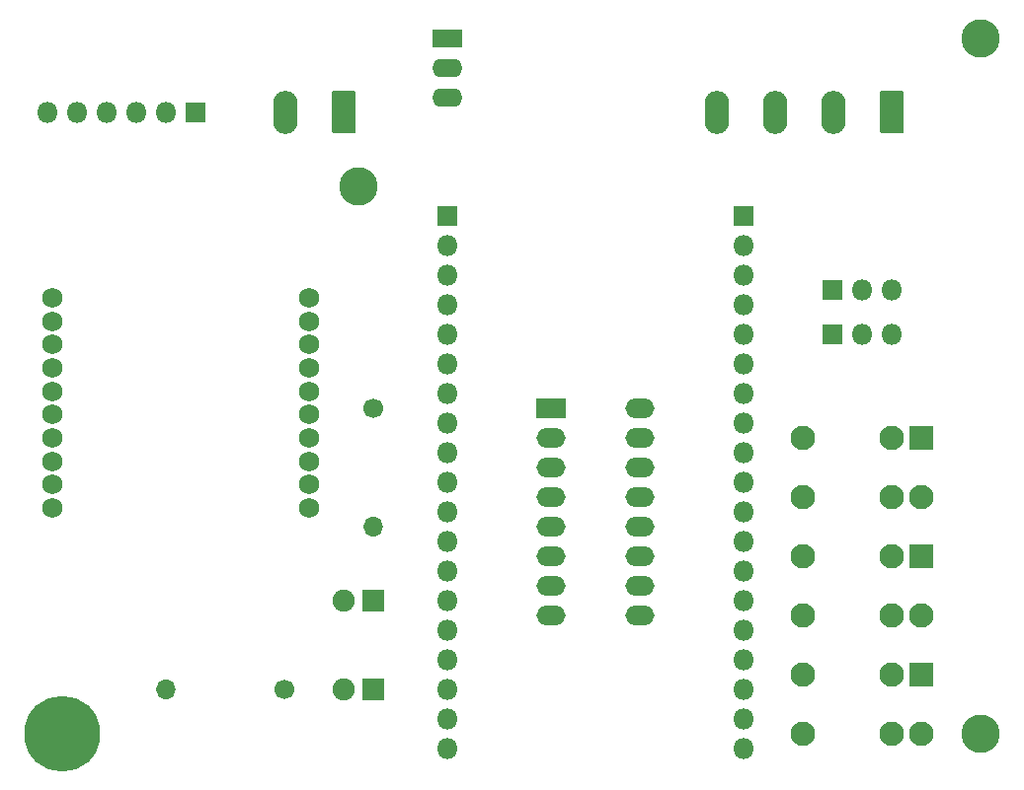
<source format=gbr>
G04 #@! TF.GenerationSoftware,KiCad,Pcbnew,(5.1.6)-1*
G04 #@! TF.CreationDate,2021-02-22T20:56:30+01:00*
G04 #@! TF.ProjectId,RiderDetection,52696465-7244-4657-9465-6374696f6e2e,rev?*
G04 #@! TF.SameCoordinates,Original*
G04 #@! TF.FileFunction,Soldermask,Top*
G04 #@! TF.FilePolarity,Negative*
%FSLAX46Y46*%
G04 Gerber Fmt 4.6, Leading zero omitted, Abs format (unit mm)*
G04 Created by KiCad (PCBNEW (5.1.6)-1) date 2021-02-22 20:56:30*
%MOMM*%
%LPD*%
G01*
G04 APERTURE LIST*
%ADD10C,1.727200*%
%ADD11C,3.300000*%
%ADD12C,0.900000*%
%ADD13C,6.500000*%
%ADD14C,2.100000*%
%ADD15R,2.100000X2.100000*%
%ADD16O,2.600000X1.600000*%
%ADD17R,2.600000X1.600000*%
%ADD18O,2.500000X1.700000*%
%ADD19R,2.500000X1.700000*%
%ADD20O,2.100000X3.700000*%
%ADD21O,1.700000X1.700000*%
%ADD22C,1.700000*%
%ADD23O,1.800000X1.800000*%
%ADD24R,1.800000X1.800000*%
%ADD25C,1.900000*%
%ADD26R,1.900000X1.900000*%
G04 APERTURE END LIST*
D10*
X53771800Y-93659960D03*
X53771800Y-91658440D03*
X53771800Y-89659460D03*
X53771800Y-87657940D03*
X53771800Y-85658960D03*
X53771800Y-83659980D03*
X53771800Y-81658460D03*
X53771800Y-79659480D03*
X53771800Y-77657960D03*
X53771800Y-75658980D03*
X75768200Y-75658980D03*
X75768200Y-77657960D03*
X75768200Y-79659480D03*
X75768200Y-81658460D03*
X75768200Y-83659980D03*
X75768200Y-85658960D03*
X75768200Y-87657940D03*
X75768200Y-89659460D03*
X75768200Y-91658440D03*
X75768200Y-93659960D03*
D11*
X80010000Y-66040000D03*
D12*
X56307056Y-111332944D03*
X54610000Y-110630000D03*
X52912944Y-111332944D03*
X52210000Y-113030000D03*
X52912944Y-114727056D03*
X54610000Y-115430000D03*
X56307056Y-114727056D03*
X57010000Y-113030000D03*
D13*
X54610000Y-113030000D03*
D11*
X133350000Y-53340000D03*
X133350000Y-113030000D03*
D14*
X118110000Y-87630000D03*
X118110000Y-92710000D03*
X125730000Y-87630000D03*
D15*
X128270000Y-87630000D03*
D14*
X125730000Y-92710000D03*
X128270000Y-92710000D03*
X118110000Y-97790000D03*
X118110000Y-102870000D03*
X125730000Y-97790000D03*
D15*
X128270000Y-97790000D03*
D14*
X125730000Y-102870000D03*
X128270000Y-102870000D03*
X118110000Y-107950000D03*
X118110000Y-113030000D03*
X125730000Y-107950000D03*
D15*
X128270000Y-107950000D03*
D14*
X125730000Y-113030000D03*
X128270000Y-113030000D03*
D16*
X87630000Y-58420000D03*
X87630000Y-55880000D03*
D17*
X87630000Y-53340000D03*
D18*
X104140000Y-85090000D03*
X96520000Y-102870000D03*
X104140000Y-87630000D03*
X96520000Y-100330000D03*
X104140000Y-90170000D03*
X96520000Y-97790000D03*
X104140000Y-92710000D03*
X96520000Y-95250000D03*
X104140000Y-95250000D03*
X96520000Y-92710000D03*
X104140000Y-97790000D03*
X96520000Y-90170000D03*
X104140000Y-100330000D03*
X96520000Y-87630000D03*
X104140000Y-102870000D03*
D19*
X96520000Y-85090000D03*
D20*
X110730000Y-59690000D03*
X115730000Y-59690000D03*
X120730000Y-59690000D03*
G36*
G01*
X126780000Y-58102500D02*
X126780000Y-61277500D01*
G75*
G02*
X126517500Y-61540000I-262500J0D01*
G01*
X124942500Y-61540000D01*
G75*
G02*
X124680000Y-61277500I0J262500D01*
G01*
X124680000Y-58102500D01*
G75*
G02*
X124942500Y-57840000I262500J0D01*
G01*
X126517500Y-57840000D01*
G75*
G02*
X126780000Y-58102500I0J-262500D01*
G01*
G37*
D21*
X63500000Y-109220000D03*
D22*
X73660000Y-109220000D03*
D21*
X81280000Y-95250000D03*
D22*
X81280000Y-85090000D03*
D20*
X73740000Y-59690000D03*
G36*
G01*
X79790000Y-58102500D02*
X79790000Y-61277500D01*
G75*
G02*
X79527500Y-61540000I-262500J0D01*
G01*
X77952500Y-61540000D01*
G75*
G02*
X77690000Y-61277500I0J262500D01*
G01*
X77690000Y-58102500D01*
G75*
G02*
X77952500Y-57840000I262500J0D01*
G01*
X79527500Y-57840000D01*
G75*
G02*
X79790000Y-58102500I0J-262500D01*
G01*
G37*
D23*
X125730000Y-74930000D03*
X123190000Y-74930000D03*
D24*
X120650000Y-74930000D03*
D23*
X125730000Y-78740000D03*
X123190000Y-78740000D03*
D24*
X120650000Y-78740000D03*
D23*
X53340000Y-59690000D03*
X55880000Y-59690000D03*
X58420000Y-59690000D03*
X60960000Y-59690000D03*
X63500000Y-59690000D03*
D24*
X66040000Y-59690000D03*
D23*
X113030000Y-114300000D03*
X113030000Y-111760000D03*
X113030000Y-109220000D03*
X113030000Y-106680000D03*
X113030000Y-104140000D03*
X113030000Y-101600000D03*
X113030000Y-99060000D03*
X113030000Y-96520000D03*
X113030000Y-93980000D03*
X113030000Y-91440000D03*
X113030000Y-88900000D03*
X113030000Y-86360000D03*
X113030000Y-83820000D03*
X113030000Y-81280000D03*
X113030000Y-78740000D03*
X113030000Y-76200000D03*
X113030000Y-73660000D03*
X113030000Y-71120000D03*
D24*
X113030000Y-68580000D03*
D23*
X87630000Y-114300000D03*
X87630000Y-111760000D03*
X87630000Y-109220000D03*
X87630000Y-106680000D03*
X87630000Y-104140000D03*
X87630000Y-101600000D03*
X87630000Y-99060000D03*
X87630000Y-96520000D03*
X87630000Y-93980000D03*
X87630000Y-91440000D03*
X87630000Y-88900000D03*
X87630000Y-86360000D03*
X87630000Y-83820000D03*
X87630000Y-81280000D03*
X87630000Y-78740000D03*
X87630000Y-76200000D03*
X87630000Y-73660000D03*
X87630000Y-71120000D03*
D24*
X87630000Y-68580000D03*
D25*
X78740000Y-109220000D03*
D26*
X81280000Y-109220000D03*
D25*
X78740000Y-101600000D03*
D26*
X81280000Y-101600000D03*
M02*

</source>
